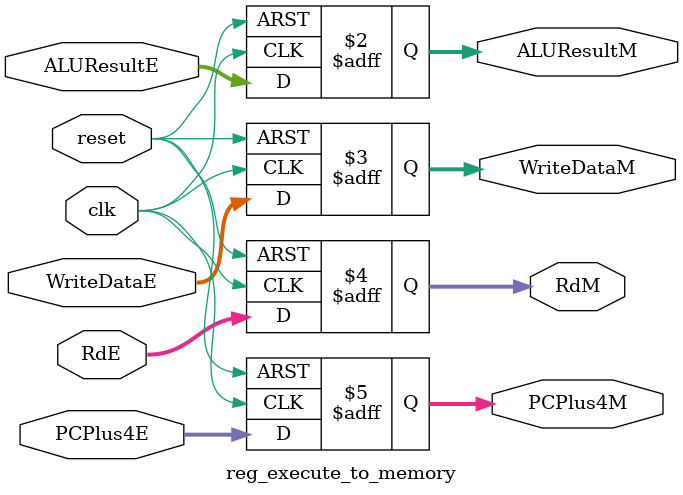
<source format=v>
`timescale 1ns / 1ps

//////////////////////////////////////////////////////////////////////////////////
// Execute -> Memory pipeline register
//////////////////////////////////////////////////////////////////////////////////

module reg_execute_to_memory(
    input             clk,
    input             reset,

    // --------- DATOS desde etapa E ----------
    input      [31:0] ALUResultE,
    input      [31:0] WriteDataE,
    input      [4:0]  RdE,
    input      [31:0] PCPlus4E,

    // --------- DATOS hacia etapa M ----------
    output reg [31:0] ALUResultM,
    output reg [31:0] WriteDataM,
    output reg [4:0]  RdM,  
    output reg [31:0] PCPlus4M
);

    always @ (posedge clk or posedge reset) begin
        if (reset) begin
            // DATOS
            ALUResultM <= 32'b0;
            WriteDataM <= 32'b0;
            RdM        <= 5'b0;
            PCPlus4M   <= 32'b0;
        end else begin
            // DATOS
            ALUResultM <= ALUResultE;
            WriteDataM <= WriteDataE;
            RdM        <= RdE;
            PCPlus4M   <= PCPlus4E;
        end
    end

endmodule

</source>
